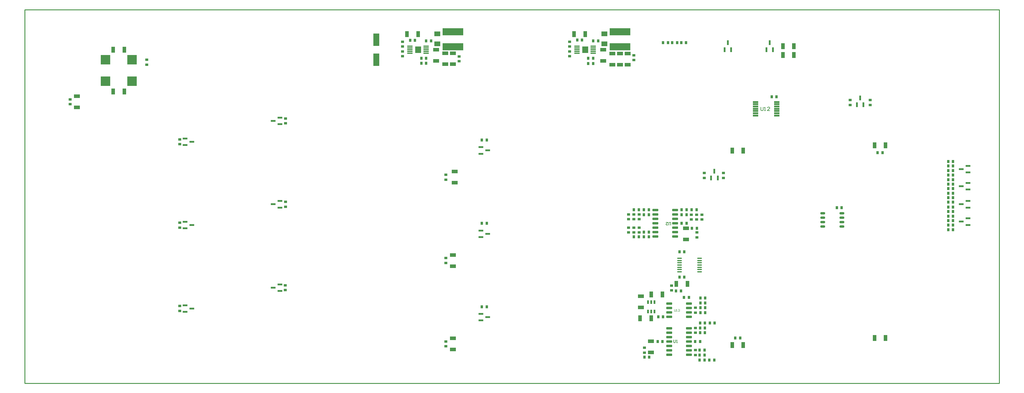
<source format=gtp>
G04 Layer_Color=10723209*
%FSLAX43Y43*%
%MOMM*%
G71*
G01*
G75*
%ADD10R,2.700X2.700*%
%ADD11O,1.400X0.350*%
%ADD12R,6.000X2.000*%
%ADD13R,0.600X1.000*%
%ADD14R,0.600X1.350*%
%ADD15O,1.450X0.650*%
%ADD16R,1.800X1.340*%
%ADD17R,0.800X0.900*%
G04:AMPARAMS|DCode=18|XSize=0.45mm|YSize=1.6mm|CornerRadius=0.05mm|HoleSize=0mm|Usage=FLASHONLY|Rotation=90.000|XOffset=0mm|YOffset=0mm|HoleType=Round|Shape=RoundedRectangle|*
%AMROUNDEDRECTD18*
21,1,0.450,1.501,0,0,90.0*
21,1,0.351,1.600,0,0,90.0*
1,1,0.099,0.750,0.175*
1,1,0.099,0.750,-0.175*
1,1,0.099,-0.750,-0.175*
1,1,0.099,-0.750,0.175*
%
%ADD18ROUNDEDRECTD18*%
%ADD19R,1.800X3.550*%
G04:AMPARAMS|DCode=21|XSize=0.65mm|YSize=1.65mm|CornerRadius=0.049mm|HoleSize=0mm|Usage=FLASHONLY|Rotation=90.000|XOffset=0mm|YOffset=0mm|HoleType=Round|Shape=RoundedRectangle|*
%AMROUNDEDRECTD21*
21,1,0.650,1.552,0,0,90.0*
21,1,0.552,1.650,0,0,90.0*
1,1,0.098,0.776,0.276*
1,1,0.098,0.776,-0.276*
1,1,0.098,-0.776,-0.276*
1,1,0.098,-0.776,0.276*
%
%ADD21ROUNDEDRECTD21*%
%ADD22R,1.700X1.000*%
%ADD23R,1.000X1.700*%
G04:AMPARAMS|DCode=24|XSize=0.3mm|YSize=1.55mm|CornerRadius=0.05mm|HoleSize=0mm|Usage=FLASHONLY|Rotation=90.000|XOffset=0mm|YOffset=0mm|HoleType=Round|Shape=RoundedRectangle|*
%AMROUNDEDRECTD24*
21,1,0.300,1.451,0,0,90.0*
21,1,0.201,1.550,0,0,90.0*
1,1,0.099,0.726,0.101*
1,1,0.099,0.726,-0.101*
1,1,0.099,-0.726,-0.101*
1,1,0.099,-0.726,0.101*
%
%ADD24ROUNDEDRECTD24*%
G04:AMPARAMS|DCode=25|XSize=1.73mm|YSize=1.9mm|CornerRadius=0.052mm|HoleSize=0mm|Usage=FLASHONLY|Rotation=0.000|XOffset=0mm|YOffset=0mm|HoleType=Round|Shape=RoundedRectangle|*
%AMROUNDEDRECTD25*
21,1,1.730,1.796,0,0,0.0*
21,1,1.626,1.900,0,0,0.0*
1,1,0.104,0.813,-0.898*
1,1,0.104,-0.813,-0.898*
1,1,0.104,-0.813,0.898*
1,1,0.104,0.813,0.898*
%
%ADD25ROUNDEDRECTD25*%
%ADD26R,1.350X0.600*%
%ADD27R,0.900X0.800*%
%ADD29C,0.150*%
%ADD36C,0.254*%
%ADD37C,0.178*%
%ADD38C,0.100*%
D10*
X23190Y93110D02*
D03*
X30810D02*
D03*
Y86890D02*
D03*
X23190D02*
D03*
D11*
X193875Y32050D02*
D03*
Y32700D02*
D03*
Y33350D02*
D03*
Y34000D02*
D03*
Y34650D02*
D03*
Y35300D02*
D03*
Y35950D02*
D03*
X188125Y32050D02*
D03*
Y32700D02*
D03*
Y33350D02*
D03*
Y34000D02*
D03*
Y34650D02*
D03*
Y35300D02*
D03*
Y35950D02*
D03*
D12*
X171000Y101150D02*
D03*
Y96850D02*
D03*
X123000Y101150D02*
D03*
Y96850D02*
D03*
D13*
X179050Y23375D02*
D03*
X180000D02*
D03*
X180950D02*
D03*
Y20625D02*
D03*
X180000D02*
D03*
X179050D02*
D03*
D14*
X240000Y82075D02*
D03*
X240950Y80125D02*
D03*
X239050D02*
D03*
X198130Y61045D02*
D03*
X199080Y59095D02*
D03*
X197180D02*
D03*
X214000Y97975D02*
D03*
X214950Y96025D02*
D03*
X213050D02*
D03*
X202000Y97975D02*
D03*
X202950Y96025D02*
D03*
X201050D02*
D03*
D15*
X229275Y48905D02*
D03*
Y47635D02*
D03*
Y46365D02*
D03*
Y45095D02*
D03*
X234725Y48905D02*
D03*
Y47635D02*
D03*
Y46365D02*
D03*
Y45095D02*
D03*
D16*
X166500Y97670D02*
D03*
Y100530D02*
D03*
X118500Y97670D02*
D03*
Y100530D02*
D03*
D17*
X194000Y17300D02*
D03*
X195400D02*
D03*
X179400Y7500D02*
D03*
X178000D02*
D03*
X198200Y17300D02*
D03*
X196800D02*
D03*
X265300Y44200D02*
D03*
X266700D02*
D03*
X265300Y48100D02*
D03*
X266700D02*
D03*
X265300Y49400D02*
D03*
X266700D02*
D03*
X265300Y53400D02*
D03*
X266700D02*
D03*
X265300Y54700D02*
D03*
X266700D02*
D03*
X265300Y58600D02*
D03*
X266700D02*
D03*
X265300Y59900D02*
D03*
X266700D02*
D03*
X265300Y63800D02*
D03*
X266700D02*
D03*
Y62500D02*
D03*
X265300D02*
D03*
X266700Y61200D02*
D03*
X265300D02*
D03*
X266700Y57300D02*
D03*
X265300D02*
D03*
X266700Y56000D02*
D03*
X265300D02*
D03*
X195300Y9500D02*
D03*
X193900D02*
D03*
Y6700D02*
D03*
X195300D02*
D03*
Y8100D02*
D03*
X193900D02*
D03*
X189400Y24700D02*
D03*
X190800D02*
D03*
X182000Y19100D02*
D03*
X183400D02*
D03*
X194000Y12000D02*
D03*
X192600D02*
D03*
X188600Y98000D02*
D03*
X190000D02*
D03*
X187400D02*
D03*
X186000D02*
D03*
X266700Y52100D02*
D03*
X265300D02*
D03*
X266700Y50700D02*
D03*
X265300D02*
D03*
X266700Y46800D02*
D03*
X265300D02*
D03*
X266700Y45500D02*
D03*
X265300D02*
D03*
X113900Y93500D02*
D03*
X115300D02*
D03*
Y92100D02*
D03*
X113900D02*
D03*
X161900Y93500D02*
D03*
X163300D02*
D03*
Y92000D02*
D03*
X161900D02*
D03*
X132700Y70000D02*
D03*
X131300D02*
D03*
X190100Y48500D02*
D03*
X188700D02*
D03*
Y49900D02*
D03*
X190100D02*
D03*
X132700Y46000D02*
D03*
X131300D02*
D03*
X177900Y48500D02*
D03*
X179300D02*
D03*
Y49900D02*
D03*
X177900D02*
D03*
X132700Y22000D02*
D03*
X131300D02*
D03*
X177900Y43500D02*
D03*
X179300D02*
D03*
Y42100D02*
D03*
X177900D02*
D03*
X195500Y20300D02*
D03*
X194100D02*
D03*
Y24500D02*
D03*
X195500D02*
D03*
Y21700D02*
D03*
X194100D02*
D03*
X195400Y14500D02*
D03*
X194000D02*
D03*
X195400Y15900D02*
D03*
X194000D02*
D03*
X191700Y44600D02*
D03*
X193100D02*
D03*
X214600Y82400D02*
D03*
X216000D02*
D03*
X184800Y98000D02*
D03*
X183400D02*
D03*
X110700Y98700D02*
D03*
X112100D02*
D03*
X116700Y98500D02*
D03*
X115300D02*
D03*
X160100Y98800D02*
D03*
X158700D02*
D03*
X164700Y98500D02*
D03*
X163300D02*
D03*
X233300Y50500D02*
D03*
X234700D02*
D03*
X246430Y66370D02*
D03*
X245030D02*
D03*
X204130Y12970D02*
D03*
X205530D02*
D03*
X190100Y46000D02*
D03*
X188700D02*
D03*
X189500Y30500D02*
D03*
X188100D02*
D03*
X188500Y26600D02*
D03*
X187100D02*
D03*
X191600Y49900D02*
D03*
X193000D02*
D03*
X176400D02*
D03*
X175000D02*
D03*
X189500Y37800D02*
D03*
X188100D02*
D03*
X176400Y42100D02*
D03*
X175000D02*
D03*
X181800Y12000D02*
D03*
X183200D02*
D03*
X196700Y6700D02*
D03*
X198100D02*
D03*
X195500Y23100D02*
D03*
X194100D02*
D03*
D18*
X209950Y80950D02*
D03*
Y80300D02*
D03*
Y79650D02*
D03*
Y79000D02*
D03*
Y78350D02*
D03*
Y77700D02*
D03*
Y77050D02*
D03*
X216050Y80950D02*
D03*
Y80300D02*
D03*
Y79650D02*
D03*
Y79000D02*
D03*
Y78350D02*
D03*
Y77700D02*
D03*
Y77050D02*
D03*
D19*
X101000Y98875D02*
D03*
Y93125D02*
D03*
D21*
X185175Y15810D02*
D03*
Y14540D02*
D03*
Y13270D02*
D03*
Y12000D02*
D03*
Y10730D02*
D03*
Y9460D02*
D03*
Y8190D02*
D03*
X190825Y15810D02*
D03*
Y14540D02*
D03*
Y13270D02*
D03*
Y12000D02*
D03*
Y10730D02*
D03*
Y9460D02*
D03*
Y8190D02*
D03*
X185175Y22905D02*
D03*
Y21635D02*
D03*
Y20365D02*
D03*
Y19095D02*
D03*
X190825Y22905D02*
D03*
Y21635D02*
D03*
Y20365D02*
D03*
Y19095D02*
D03*
X186825Y42190D02*
D03*
Y43460D02*
D03*
Y44730D02*
D03*
Y46000D02*
D03*
Y47270D02*
D03*
Y48540D02*
D03*
Y49810D02*
D03*
X181175Y42190D02*
D03*
Y43460D02*
D03*
Y44730D02*
D03*
Y46000D02*
D03*
Y47270D02*
D03*
Y48540D02*
D03*
Y49810D02*
D03*
D22*
X179900Y8900D02*
D03*
Y12100D02*
D03*
X177000Y25000D02*
D03*
Y21800D02*
D03*
X118200Y96000D02*
D03*
Y92800D02*
D03*
X166200Y96000D02*
D03*
Y92800D02*
D03*
X123000Y95000D02*
D03*
Y91800D02*
D03*
X120800Y95000D02*
D03*
Y91800D02*
D03*
X173200Y94900D02*
D03*
Y91700D02*
D03*
X171000Y94900D02*
D03*
Y91700D02*
D03*
X168800Y94900D02*
D03*
Y91700D02*
D03*
X15000Y82600D02*
D03*
Y79400D02*
D03*
X190000Y44600D02*
D03*
Y41400D02*
D03*
X123500Y60900D02*
D03*
Y57700D02*
D03*
X123000Y36900D02*
D03*
Y33700D02*
D03*
Y12900D02*
D03*
Y9700D02*
D03*
D23*
X28600Y96000D02*
D03*
X25400D02*
D03*
X180000Y18700D02*
D03*
X176800D02*
D03*
X180000Y25500D02*
D03*
X183200D02*
D03*
X221000Y97000D02*
D03*
X217800D02*
D03*
X221000Y94500D02*
D03*
X217800D02*
D03*
X28600Y84000D02*
D03*
X25400D02*
D03*
X109800Y100500D02*
D03*
X113000D02*
D03*
X157800Y100500D02*
D03*
X161000D02*
D03*
X203230Y66970D02*
D03*
X206430D02*
D03*
X247330Y12970D02*
D03*
X244130D02*
D03*
Y68470D02*
D03*
X247330D02*
D03*
X206430Y10970D02*
D03*
X203230D02*
D03*
X187200Y28600D02*
D03*
X190400D02*
D03*
D24*
X163325Y97000D02*
D03*
X158675D02*
D03*
Y96500D02*
D03*
Y96000D02*
D03*
Y95500D02*
D03*
Y95000D02*
D03*
X163325Y96500D02*
D03*
Y96000D02*
D03*
Y95500D02*
D03*
Y95000D02*
D03*
X115325Y97000D02*
D03*
X110675D02*
D03*
Y96500D02*
D03*
Y96000D02*
D03*
Y95500D02*
D03*
Y95000D02*
D03*
X115325Y96500D02*
D03*
Y96000D02*
D03*
Y95500D02*
D03*
Y95000D02*
D03*
D25*
X161000Y96000D02*
D03*
X113000D02*
D03*
D26*
X132975Y67000D02*
D03*
X131025Y66050D02*
D03*
Y67950D02*
D03*
X132975Y43000D02*
D03*
X131025Y42050D02*
D03*
Y43950D02*
D03*
X132975Y19000D02*
D03*
X131025Y18050D02*
D03*
Y19950D02*
D03*
X47975Y69500D02*
D03*
X46025Y68550D02*
D03*
Y70450D02*
D03*
X71325Y75500D02*
D03*
X73275Y76450D02*
D03*
Y74550D02*
D03*
X47975Y45500D02*
D03*
X46025Y44550D02*
D03*
Y46450D02*
D03*
X71325Y51500D02*
D03*
X73275Y52450D02*
D03*
Y50550D02*
D03*
X47975Y21500D02*
D03*
X46025Y20550D02*
D03*
Y22450D02*
D03*
X71325Y27500D02*
D03*
X73275Y28450D02*
D03*
Y26550D02*
D03*
X269025Y61600D02*
D03*
X270975Y62550D02*
D03*
Y60650D02*
D03*
X269025Y56700D02*
D03*
X270975Y57650D02*
D03*
Y55750D02*
D03*
X269025Y51500D02*
D03*
X270975Y52450D02*
D03*
Y50550D02*
D03*
X269025Y46500D02*
D03*
X270975Y47450D02*
D03*
Y45550D02*
D03*
D27*
X44500Y70200D02*
D03*
Y68800D02*
D03*
X74900Y74800D02*
D03*
Y76200D02*
D03*
X237100Y81500D02*
D03*
Y80100D02*
D03*
X44500Y46200D02*
D03*
Y44800D02*
D03*
X74900Y50800D02*
D03*
Y52200D02*
D03*
X242900Y81500D02*
D03*
Y80100D02*
D03*
X44500Y22200D02*
D03*
Y20800D02*
D03*
X74800Y26800D02*
D03*
Y28200D02*
D03*
X108500Y98300D02*
D03*
Y96900D02*
D03*
X156500Y98300D02*
D03*
Y96900D02*
D03*
X193000Y48500D02*
D03*
Y47100D02*
D03*
X194500D02*
D03*
Y48500D02*
D03*
X175000Y48600D02*
D03*
Y47200D02*
D03*
X173500D02*
D03*
Y48600D02*
D03*
X175000Y43400D02*
D03*
Y44800D02*
D03*
X173500D02*
D03*
Y43400D02*
D03*
X185800Y28100D02*
D03*
Y26700D02*
D03*
X108500Y95500D02*
D03*
Y94100D02*
D03*
X124750Y94050D02*
D03*
Y92650D02*
D03*
X156500Y94100D02*
D03*
Y95500D02*
D03*
X175000Y93000D02*
D03*
Y94400D02*
D03*
X35000Y91700D02*
D03*
Y93100D02*
D03*
X13000Y80300D02*
D03*
Y81700D02*
D03*
X200730Y60470D02*
D03*
Y59070D02*
D03*
X195230Y60470D02*
D03*
Y59070D02*
D03*
X193100Y42000D02*
D03*
Y43400D02*
D03*
X121000Y58600D02*
D03*
Y60000D02*
D03*
X191500Y48500D02*
D03*
Y47100D02*
D03*
X121000Y34600D02*
D03*
Y36000D02*
D03*
X176500Y48600D02*
D03*
Y47200D02*
D03*
X121000Y10600D02*
D03*
Y12000D02*
D03*
X176500Y43400D02*
D03*
Y44800D02*
D03*
X178000Y10200D02*
D03*
Y8800D02*
D03*
X192700Y9500D02*
D03*
Y8100D02*
D03*
Y20300D02*
D03*
Y21700D02*
D03*
Y14500D02*
D03*
Y15900D02*
D03*
D29*
X186425Y12475D02*
Y11808D01*
X186558Y11675D01*
X186825D01*
X186958Y11808D01*
Y12475D01*
X187225Y11675D02*
X187491D01*
X187358D01*
Y12475D01*
X187225Y12341D01*
X185575Y45525D02*
Y46192D01*
X185442Y46325D01*
X185175D01*
X185042Y46192D01*
Y45525D01*
X184242Y46325D02*
X184775D01*
X184242Y45792D01*
Y45659D01*
X184375Y45525D01*
X184642D01*
X184775Y45659D01*
D36*
X0Y0D02*
X280000D01*
Y107500D01*
X0D02*
X280000D01*
X0Y0D02*
Y107500D01*
D37*
X211476Y79508D02*
Y78661D01*
X211645Y78492D01*
X211984D01*
X212153Y78661D01*
Y79508D01*
X212492Y78492D02*
X212830D01*
X212661D01*
Y79508D01*
X212492Y79338D01*
X214015Y78492D02*
X213338D01*
X214015Y79169D01*
Y79338D01*
X213846Y79508D01*
X213507D01*
X213338Y79338D01*
D38*
X186603Y21346D02*
Y20846D01*
X186703Y20746D01*
X186903D01*
X187003Y20846D01*
Y21346D01*
X187203Y20746D02*
X187403D01*
X187303D01*
Y21346D01*
X187203Y21246D01*
X187703D02*
X187803Y21346D01*
X188003D01*
X188103Y21246D01*
Y21146D01*
X188003Y21046D01*
X187903D01*
X188003D01*
X188103Y20946D01*
Y20846D01*
X188003Y20746D01*
X187803D01*
X187703Y20846D01*
M02*

</source>
